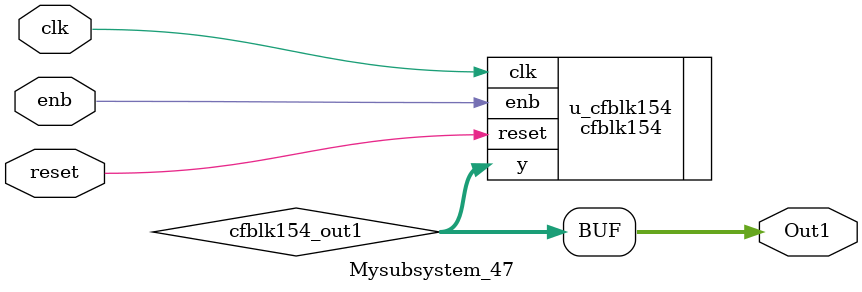
<source format=v>



`timescale 1 ns / 1 ns

module Mysubsystem_47
          (clk,
           reset,
           enb,
           Out1);


  input   clk;
  input   reset;
  input   enb;
  output  [7:0] Out1;  // uint8


  wire [7:0] cfblk154_out1;  // uint8


  cfblk154 u_cfblk154 (.clk(clk),
                       .reset(reset),
                       .enb(enb),
                       .y(cfblk154_out1)  // uint8
                       );

  assign Out1 = cfblk154_out1;

endmodule  // Mysubsystem_47


</source>
